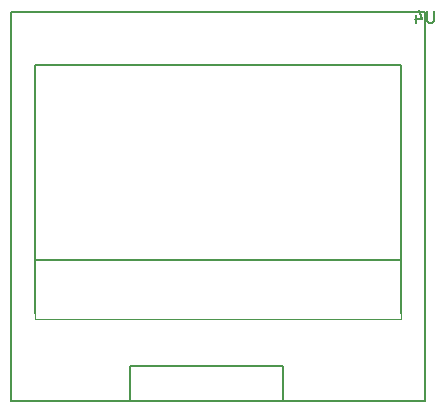
<source format=gbr>
G04 #@! TF.GenerationSoftware,KiCad,Pcbnew,(5.1.6)-1*
G04 #@! TF.CreationDate,2020-10-31T14:21:40+01:00*
G04 #@! TF.ProjectId,Batmonitor,4261746d-6f6e-4697-946f-722e6b696361,rev?*
G04 #@! TF.SameCoordinates,Original*
G04 #@! TF.FileFunction,Legend,Bot*
G04 #@! TF.FilePolarity,Positive*
%FSLAX46Y46*%
G04 Gerber Fmt 4.6, Leading zero omitted, Abs format (unit mm)*
G04 Created by KiCad (PCBNEW (5.1.6)-1) date 2020-10-31 14:21:40*
%MOMM*%
%LPD*%
G01*
G04 APERTURE LIST*
%ADD10C,0.120000*%
%ADD11C,0.150000*%
G04 APERTURE END LIST*
D10*
X146000000Y-86460000D02*
X146000000Y-85960000D01*
X115000000Y-86460000D02*
X115000000Y-85960000D01*
X146000000Y-86460000D02*
X115000000Y-86460000D01*
D11*
X123000000Y-90460000D02*
X123000000Y-93460000D01*
X136000000Y-90460000D02*
X123000000Y-90460000D01*
X136000000Y-93460000D02*
X136000000Y-90460000D01*
X146000000Y-85960000D02*
X146000000Y-64960000D01*
X115000000Y-81460000D02*
X146000000Y-81460000D01*
X115000000Y-64960000D02*
X115000000Y-85960000D01*
X146000000Y-64960000D02*
X115000000Y-64960000D01*
X148000000Y-93460000D02*
X148000000Y-60460000D01*
X113000000Y-93460000D02*
X148000000Y-93460000D01*
X113000000Y-60460000D02*
X113000000Y-93460000D01*
X148000000Y-60460000D02*
X113000000Y-60460000D01*
X148761904Y-60412380D02*
X148761904Y-61221904D01*
X148714285Y-61317142D01*
X148666666Y-61364761D01*
X148571428Y-61412380D01*
X148380952Y-61412380D01*
X148285714Y-61364761D01*
X148238095Y-61317142D01*
X148190476Y-61221904D01*
X148190476Y-60412380D01*
X147285714Y-60745714D02*
X147285714Y-61412380D01*
X147523809Y-60364761D02*
X147761904Y-61079047D01*
X147142857Y-61079047D01*
M02*

</source>
